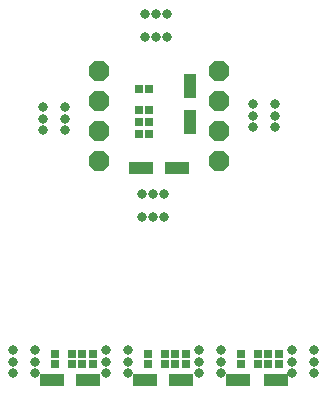
<source format=gts>
G75*
%MOIN*%
%OFA0B0*%
%FSLAX24Y24*%
%IPPOS*%
%LPD*%
%AMOC8*
5,1,8,0,0,1.08239X$1,22.5*
%
%ADD10C,0.0316*%
%ADD11R,0.0250X0.0250*%
%ADD12R,0.0395X0.0395*%
%ADD13OC8,0.0680*%
D10*
X004037Y005944D03*
X004037Y006324D03*
X004037Y006704D03*
X004797Y006704D03*
X004797Y006324D03*
X004797Y005944D03*
X007137Y005944D03*
X007137Y006324D03*
X007137Y006704D03*
X007897Y006704D03*
X007897Y006324D03*
X007897Y005944D03*
X010237Y005944D03*
X010237Y006324D03*
X010237Y006704D03*
X010997Y006704D03*
X010997Y006324D03*
X010997Y005944D03*
X013337Y005944D03*
X013337Y006324D03*
X013337Y006704D03*
X014097Y006704D03*
X014097Y006324D03*
X014097Y005944D03*
X009097Y011144D03*
X008717Y011144D03*
X008337Y011144D03*
X008337Y011904D03*
X008717Y011904D03*
X009097Y011904D03*
X012037Y014144D03*
X012037Y014524D03*
X012037Y014904D03*
X012797Y014904D03*
X012797Y014524D03*
X012797Y014144D03*
X009197Y017144D03*
X008817Y017144D03*
X008437Y017144D03*
X008437Y017904D03*
X008817Y017904D03*
X009197Y017904D03*
X005797Y014804D03*
X005797Y014424D03*
X005797Y014044D03*
X005037Y014044D03*
X005037Y014424D03*
X005037Y014804D03*
D11*
X008262Y014724D03*
X008572Y014724D03*
X008572Y014314D03*
X008262Y014314D03*
X008262Y013904D03*
X008572Y013904D03*
X008572Y015424D03*
X008262Y015424D03*
X008548Y006565D03*
X008548Y006255D03*
X009103Y006261D03*
X009103Y006571D03*
X009469Y006571D03*
X009469Y006261D03*
X009834Y006261D03*
X009834Y006571D03*
X011648Y006565D03*
X011648Y006255D03*
X012203Y006261D03*
X012203Y006571D03*
X012569Y006571D03*
X012569Y006261D03*
X012934Y006261D03*
X012934Y006571D03*
X006734Y006571D03*
X006734Y006261D03*
X006369Y006261D03*
X006369Y006571D03*
X006003Y006571D03*
X006003Y006261D03*
X005448Y006255D03*
X005448Y006565D03*
D12*
X005567Y005724D03*
X005167Y005724D03*
X006367Y005724D03*
X006767Y005724D03*
X008267Y005724D03*
X008667Y005724D03*
X009467Y005724D03*
X009867Y005724D03*
X011367Y005724D03*
X011767Y005724D03*
X012617Y005724D03*
X013017Y005724D03*
X009717Y012774D03*
X009317Y012774D03*
X008517Y012774D03*
X008117Y012774D03*
X009967Y014124D03*
X009967Y014524D03*
X009967Y015324D03*
X009967Y015724D03*
D13*
X010917Y016024D03*
X010917Y015024D03*
X010917Y014024D03*
X010917Y013024D03*
X006917Y013024D03*
X006917Y014024D03*
X006917Y015024D03*
X006917Y016024D03*
M02*

</source>
